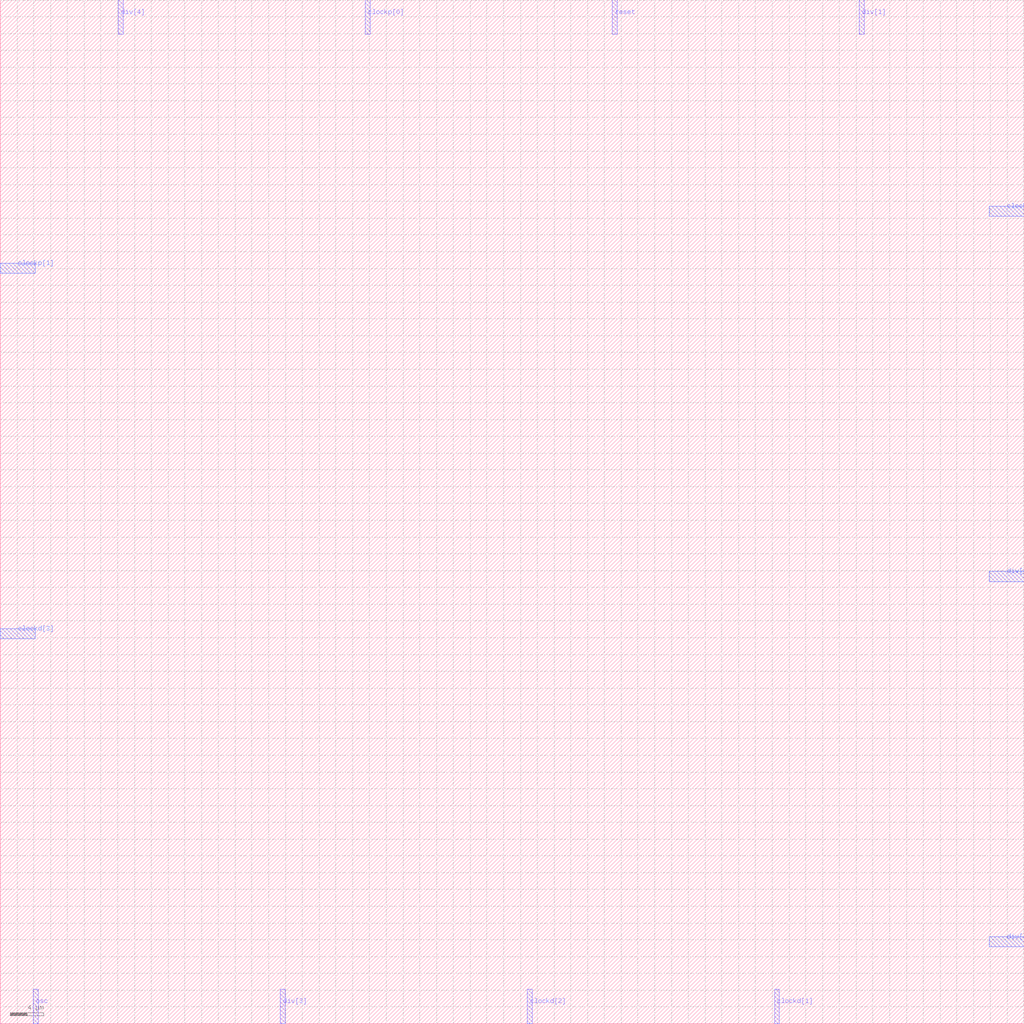
<source format=lef>
VERSION 5.3 ;
   NAMESCASESENSITIVE ON ;
   NOWIREEXTENSIONATPIN ON ;
   DIVIDERCHAR "/" ;
   BUSBITCHARS "[]" ;
UNITS
   DATABASE MICRONS 1000 ;
END UNITS
MACRO digital_pll
   CLASS BLOCK ;
   FOREIGN digital_pll ;
   ORIGIN 0.000000 0.000000 ;
   SIZE 122.0300 BY 122.0300 ;
   PIN reset
      DIRECTION INPUT ;
      PORT
         LAYER met2 ;
	    RECT 72.950000 117.910000 73.510000 122.030000 ;
      END
   END reset
   PIN osc
      DIRECTION INPUT ;
      PORT
         LAYER met2 ;
	    RECT 3.950000 0.000000 4.510000 4.120000 ;
      END
   END osc
   PIN clockp[1]
      DIRECTION OUTPUT TRISTATE ;
      PORT
         LAYER met3 ;
	    RECT 0.000000 89.420000 4.200000 90.620000 ;
      END
   END clockp[1]
   PIN clockp[0]
      DIRECTION OUTPUT TRISTATE ;
      PORT
         LAYER met2 ;
	    RECT 43.510000 117.910000 44.070000 122.030000 ;
      END
   END clockp[0]
   PIN clockd[3]
      DIRECTION OUTPUT TRISTATE ;
      PORT
         LAYER met3 ;
	    RECT 0.000000 45.900000 4.200000 47.100000 ;
      END
   END clockd[3]
   PIN clockd[2]
      DIRECTION OUTPUT TRISTATE ;
      PORT
         LAYER met2 ;
	    RECT 62.830000 0.000000 63.390000 4.120000 ;
      END
   END clockd[2]
   PIN clockd[1]
      DIRECTION OUTPUT TRISTATE ;
      PORT
         LAYER met2 ;
	    RECT 92.270000 0.000000 92.830000 4.120000 ;
      END
   END clockd[1]
   PIN clockd[0]
      DIRECTION OUTPUT TRISTATE ;
      PORT
         LAYER met3 ;
	    RECT 117.830000 96.220000 122.030000 97.420000 ;
      END
   END clockd[0]
   PIN div[4]
      DIRECTION INPUT ;
      PORT
         LAYER met2 ;
	    RECT 14.070000 117.910000 14.630000 122.030000 ;
      END
   END div[4]
   PIN div[3]
      DIRECTION INPUT ;
      PORT
         LAYER met2 ;
	    RECT 33.390000 0.000000 33.950000 4.120000 ;
      END
   END div[3]
   PIN div[2]
      DIRECTION INPUT ;
      PORT
         LAYER met3 ;
	    RECT 117.830000 9.180000 122.030000 10.380000 ;
      END
   END div[2]
   PIN div[1]
      DIRECTION INPUT ;
      PORT
         LAYER met2 ;
	    RECT 102.390000 117.910000 102.950000 122.030000 ;
      END
   END div[1]
   PIN div[0]
      DIRECTION INPUT ;
      PORT
         LAYER met3 ;
	    RECT 117.830000 52.700000 122.030000 53.900000 ;
      END
   END div[0]
   OBS
         LAYER li1 ;
	    RECT 0.000000 0.000000 0 0 ;
   END
END digital_pll

</source>
